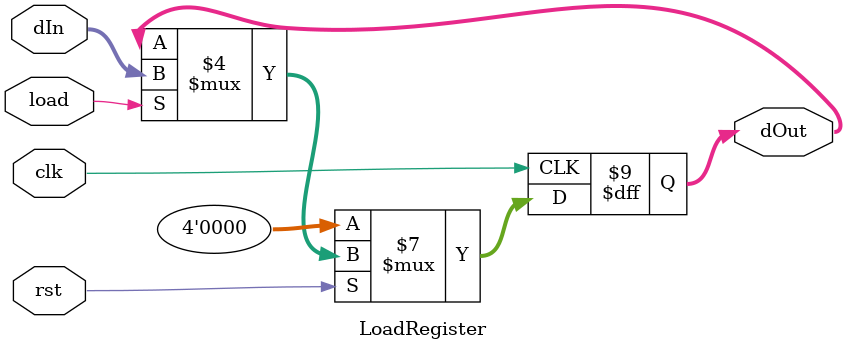
<source format=v>
module LoadRegister(dIn,dOut,clk,rst,load);
	input [3:0] dIn;
	output [3:0] dOut;
	reg [3:0] dOut;
	input clk, rst, load;

	always@(posedge clk)
	begin
		if(rst==1'b0)
		begin
			dOut<=4'b0000;
		end

		else
		begin
			if(load==1'b1)
			begin
				dOut<=dIn;
			end
		end      
	end
endmodule 
</source>
